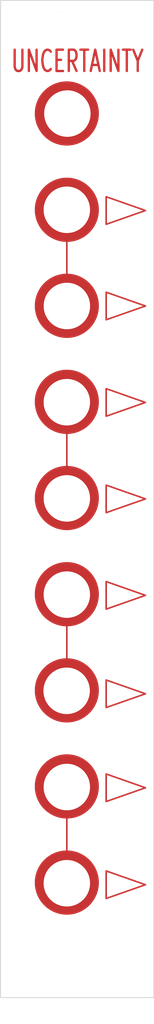
<source format=kicad_pcb>
(kicad_pcb (version 20221018) (generator pcbnew)
  (layers (0 "F.Cu" signal) (31 "B.Cu" signal) (34 "B.Paste" user) (35 "F.Paste" user) (36 "B.SilkS" user "B.Silkscreen") (37 "F.SilkS" user "F.Silkscreen") (38 "B.Mask" user) (39 "F.Mask" user) (44 "Edge.Cuts" user))
  (net 0 "")
  (footprint "MountingHole:MountingHole_6mm" (layer "F.Cu") (at 107.689945 120.74525)
    (fp_text reference "REF**" hide)
    (fp_text value "MountingHole_6mm" hide)
    (pad "" np_thru_hole circle (at 0 0) (size 6 6) (drill 6) (layers "*.Cu" "*.Mask"))
  )
  (footprint "Import Library:LED Arrow" (layer "F.Cu") (at 115.316 108.791088 180)
    (fp_text reference "REF**" hide)
    (fp_text value "LED Arrow" hide)
  )
  (footprint "winterbloom:MountingHole_M3_Slotted_Eurorack" (layer "F.Cu") (at 106.663975 144.889779)
    (fp_text reference " " hide)
    (fp_text value " " hide)
    (pad "" np_thru_hole roundrect (at 0 0) (size 4 3.2) (drill oval 4 3.2) (layers "*.Cu" "*.Mask") (roundrect_rratio 0.5))
  )
  (footprint "Import Library:LED Arrow" (layer "F.Cu") (at 115.316 71.256072 180)
    (fp_text reference "REF**" hide)
    (fp_text value "LED Arrow" hide)
  )
  (footprint "Import Library:LED Arrow" (layer "F.Cu") (at 115.316 46.482 180)
    (fp_text reference "REF**" hide)
    (fp_text value "LED Arrow" hide)
  )
  (footprint "MountingHole:MountingHole_6mm" (layer "F.Cu") (at 107.689945 83.5025)
    (fp_text reference "REF**" hide)
    (fp_text value "MountingHole_6mm" hide)
    (pad "" np_thru_hole circle (at 0 0) (size 6 6) (drill 6) (layers "*.Cu" "*.Mask"))
  )
  (footprint "winterbloom:MountingHole_M3_Slotted_Eurorack" (layer "F.Cu") (at 106.683941 22.264541)
    (fp_text reference " " hide)
    (fp_text value " " hide)
    (pad "" np_thru_hole roundrect (at 0 0) (size 4 3.2) (drill oval 4 3.2) (layers "*.Cu" "*.Mask") (roundrect_rratio 0.5))
  )
  (footprint "MountingHole:MountingHole_6mm" (layer "F.Cu") (at 107.696 58.674)
    (fp_text reference "REF**" hide)
    (fp_text value "MountingHole_6mm" hide)
    (pad "" np_thru_hole circle (at 0 0) (size 6 6) (drill 6) (layers "*.Cu" "*.Mask"))
  )
  (footprint "MountingHole:MountingHole_6mm" (layer "F.Cu") (at 107.689945 95.91675)
    (fp_text reference "REF**" hide)
    (fp_text value "MountingHole_6mm" hide)
    (pad "" np_thru_hole circle (at 0 0) (size 6 6) (drill 6) (layers "*.Cu" "*.Mask"))
  )
  (footprint "MountingHole:MountingHole_6mm" (layer "F.Cu") (at 107.665445 108.331)
    (fp_text reference "REF**" hide)
    (fp_text value "MountingHole_6mm" hide)
    (pad "" np_thru_hole circle (at 0 0) (size 6 6) (drill 6) (layers "*.Cu" "*.Mask"))
  )
  (footprint "Import Library:LED Arrow" (layer "F.Cu") (at 115.327947 83.662657 180)
    (fp_text reference "REF**" hide)
    (fp_text value "LED Arrow" hide)
  )
  (footprint "MountingHole:MountingHole_6mm" (layer "F.Cu") (at 107.689945 133.1595)
    (fp_text reference "REF**" hide)
    (fp_text value "MountingHole_6mm" hide)
    (pad "" np_thru_hole circle (at 0 0) (size 6 6) (drill 6) (layers "*.Cu" "*.Mask"))
  )
  (footprint "MountingHole:MountingHole_6mm" (layer "F.Cu") (at 107.759445 33.8455)
    (fp_text reference "REF**" hide)
    (fp_text value "MountingHole_6mm" hide)
    (pad "" np_thru_hole circle (at 0 0) (size 6 6) (drill 6) (layers "*.Cu" "*.Mask"))
  )
  (footprint "Import Library:LED Arrow" (layer "F.Cu") (at 115.316 120.904 180)
    (fp_text reference "REF**" hide)
    (fp_text value "LED Arrow" hide)
  )
  (footprint "Import Library:LED Arrow" (layer "F.Cu") (at 115.316 58.801 180)
    (fp_text reference "REF**" hide)
    (fp_text value "LED Arrow" hide)
  )
  (footprint "MountingHole:MountingHole_6mm" (layer "F.Cu") (at 107.689945 71.08825)
    (fp_text reference "REF**" hide)
    (fp_text value "MountingHole_6mm" hide)
    (pad "" np_thru_hole circle (at 0 0) (size 6 6) (drill 6) (layers "*.Cu" "*.Mask"))
  )
  (footprint "Import Library:LED Arrow" (layer "F.Cu") (at 115.305023 96.110922 180)
    (fp_text reference "REF**" hide)
    (fp_text value "LED Arrow" hide)
  )
  (footprint "Import Library:LED Arrow" (layer "F.Cu") (at 115.316 133.4135 180)
    (fp_text reference "REF**" hide)
    (fp_text value "LED Arrow" hide)
  )
  (footprint "MountingHole:MountingHole_6mm" (layer "F.Cu") (at 107.689945 46.25975)
    (fp_text reference "REF**" hide)
    (fp_text value "MountingHole_6mm" hide)
    (pad "" np_thru_hole circle (at 0 0) (size 6 6) (drill 6) (layers "*.Cu" "*.Mask"))
  )
  (gr_circle (center 107.689945 108.27308) (end 111.73561 108.27308) (stroke (width 0.2)) (fill solid) (layer "F.Cu"))
  (gr_line (start 117.856 71.12) (end 112.776 72.898) (stroke (width 0.2)) (layer "F.Cu"))
  (gr_line (start 117.856 83.566) (end 112.776 85.344) (stroke (width 0.2)) (layer "F.Cu"))
  (gr_line (start 107.689945 75.088745) (end 107.689945 79.407415) (stroke (width 0.2)) (layer "F.Cu"))
  (gr_line (start 112.776 135.128) (end 112.776 131.572) (stroke (width 0.2)) (layer "F.Cu"))
  (gr_line (start 117.856 120.8405) (end 112.776 122.6185) (stroke (width 0.2)) (layer "F.Cu"))
  (gr_line (start 112.776 48.133) (end 112.776 44.577) (stroke (width 0.2)) (layer "F.Cu"))
  (gr_line (start 112.776 56.896) (end 117.856 58.674) (stroke (width 0.2)) (layer "F.Cu"))
  (gr_line (start 107.689945 50.305415) (end 107.689945 54.60575) (stroke (width 0.2)) (layer "F.Cu"))
  (gr_line (start 117.856 133.35) (end 112.776 135.128) (stroke (width 0.2)) (layer "F.Cu"))
  (gr_line (start 112.776 85.344) (end 112.776 81.788) (stroke (width 0.2)) (layer "F.Cu"))
  (gr_circle (center 107.689945 71.04308) (end 111.73561 71.04308) (stroke (width 0.2)) (fill solid) (layer "F.Cu"))
  (gr_line (start 112.776 110.49) (end 112.776 106.934) (stroke (width 0.2)) (layer "F.Cu"))
  (gr_circle (center 107.689945 120.664745) (end 111.73561 120.664745) (stroke (width 0.2)) (fill solid) (layer "F.Cu"))
  (gr_circle (center 107.689945 46.25975) (end 111.73561 46.25975) (stroke (width 0.2)) (fill solid) (layer "F.Cu"))
  (gr_circle (center 107.689945 58.651415) (end 111.73561 58.651415) (stroke (width 0.2)) (fill solid) (layer "F.Cu"))
  (gr_line (start 112.776 106.934) (end 117.856 108.712) (stroke (width 0.2)) (layer "F.Cu"))
  (gr_circle (center 107.689945 33.831415) (end 111.73561 33.831415) (stroke (width 0.2)) (fill solid) (layer "F.Cu"))
  (gr_line (start 112.776 60.452) (end 112.776 56.896) (stroke (width 0.2)) (layer "F.Cu"))
  (gr_line (start 112.776 44.577) (end 117.856 46.355) (stroke (width 0.2)) (layer "F.Cu"))
  (gr_line (start 112.776 94.234) (end 117.856 96.012) (stroke (width 0.2)) (layer "F.Cu"))
  (gr_circle (center 107.689945 133.074745) (end 111.73561 133.074745) (stroke (width 0.2)) (fill solid) (layer "F.Cu"))
  (gr_line (start 107.689945 99.908745) (end 107.689945 104.227415) (stroke (width 0.2)) (layer "F.Cu"))
  (gr_line (start 112.776 119.0625) (end 117.856 120.8405) (stroke (width 0.2)) (layer "F.Cu"))
  (gr_line (start 112.776 69.342) (end 117.856 71.12) (stroke (width 0.2)) (layer "F.Cu"))
  (gr_line (start 117.856 58.674) (end 112.776 60.452) (stroke (width 0.2)) (layer "F.Cu"))
  (gr_line (start 117.856 96.012) (end 112.776 97.79) (stroke (width 0.2)) (layer "F.Cu"))
  (gr_line (start 107.689945 124.71041) (end 107.689945 129.02908) (stroke (width 0.2)) (layer "F.Cu"))
  (gr_circle (center 107.689945 95.86308) (end 111.73561 95.86308) (stroke (width 0.2)) (fill solid) (layer "F.Cu"))
  (gr_line (start 117.856 46.355) (end 112.776 48.133) (stroke (width 0.2)) (layer "F.Cu"))
  (gr_line (start 112.776 81.788) (end 117.856 83.566) (stroke (width 0.2)) (layer "F.Cu"))
  (gr_line (start 117.856 108.712) (end 112.776 110.49) (stroke (width 0.2)) (layer "F.Cu"))
  (gr_circle (center 107.689945 83.45308) (end 111.73561 83.45308) (stroke (width 0.2)) (fill solid) (layer "F.Cu"))
  (gr_line (start 112.776 122.6185) (end 112.776 119.0625) (stroke (width 0.2)) (layer "F.Cu"))
  (gr_line (start 112.776 131.572) (end 117.856 133.35) (stroke (width 0.2)) (layer "F.Cu"))
  (gr_line (start 112.776 97.79) (end 112.776 94.234) (stroke (width 0.2)) (layer "F.Cu"))
  (gr_line (start 112.776 72.898) (end 112.776 69.342) (stroke (width 0.2)) (layer "F.Cu"))
  (gr_rect (start 99.123445 19.2405) (end 118.935445 147.912209) (stroke (width 0.1)) (fill none) (layer "Edge.Cuts"))
  (gr_text "UNCERTAINTY" (at 100.33 28.702) (layer "F.Cu") (effects (font (size 2.75 1.75) (thickness 0.3) bold) (justify left bottom)))
)
</source>
